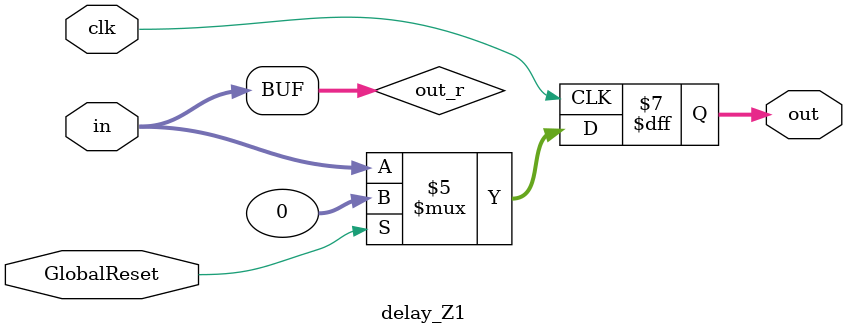
<source format=v>
module delay_Z1(
	clk,
	GlobalReset,
	in,
	out
	);

input clk;
input GlobalReset;
input [31:0] in;
output reg [31:0] out;

reg [31:0] out_r;

always @( * ) begin
	out_r = in;
end

always @(posedge clk) begin
    if (GlobalReset == 1'b1) begin
		out <= 32'd0;
    end
	else begin
		out <= out_r;
	end
end

endmodule

</source>
